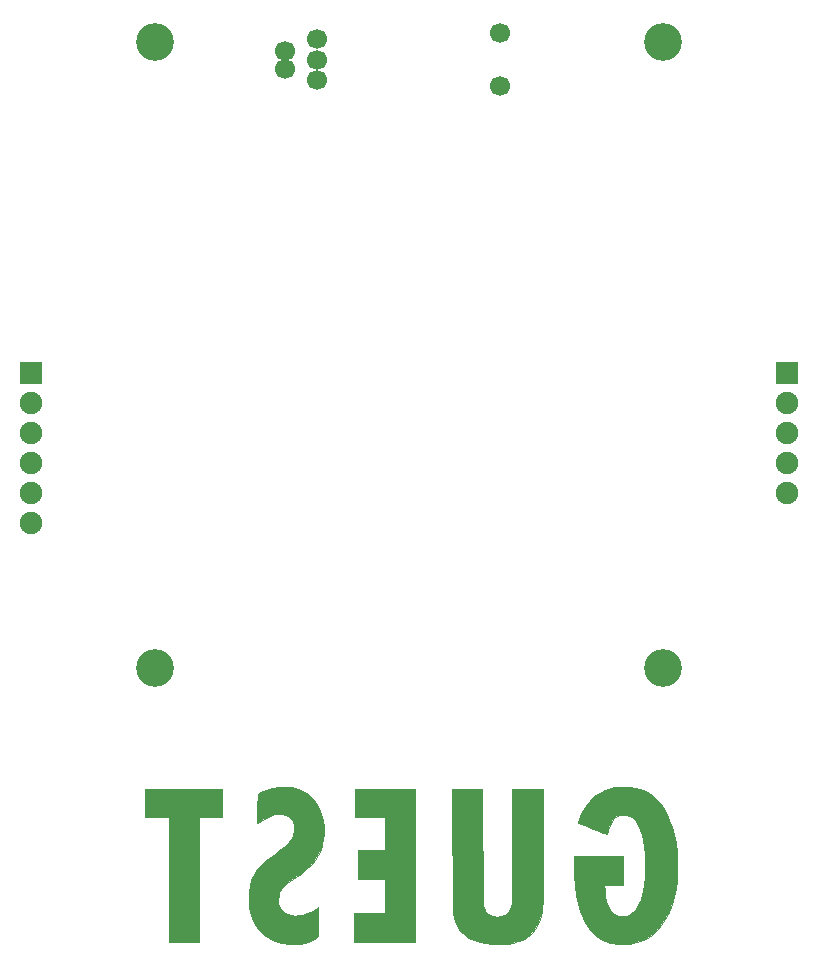
<source format=gbs>
G04 #@! TF.GenerationSoftware,KiCad,Pcbnew,(2017-07-14 revision d3b382c28)-master*
G04 #@! TF.CreationDate,2017-08-01T03:33:34-04:00*
G04 #@! TF.ProjectId,MAGLabs-2017-Swadges,4D41474C6162732D323031372D537761,rev?*
G04 #@! TF.SameCoordinates,Original
G04 #@! TF.FileFunction,Soldermask,Bot*
G04 #@! TF.FilePolarity,Negative*
%FSLAX46Y46*%
G04 Gerber Fmt 4.6, Leading zero omitted, Abs format (unit mm)*
G04 Created by KiCad (PCBNEW (2017-07-14 revision d3b382c28)-master) date Tue Aug  1 03:33:34 2017*
%MOMM*%
%LPD*%
G01*
G04 APERTURE LIST*
%ADD10C,0.010000*%
%ADD11C,1.700000*%
%ADD12O,1.900000X1.900000*%
%ADD13R,1.900000X1.900000*%
%ADD14C,3.200000*%
G04 APERTURE END LIST*
D10*
G36*
X113666333Y-115659667D02*
X115698333Y-115659667D01*
X115698333Y-126200667D01*
X118238333Y-126200667D01*
X118238333Y-115659667D01*
X120228000Y-115659667D01*
X120228000Y-113246667D01*
X113666333Y-113246667D01*
X113666333Y-115659667D01*
X113666333Y-115659667D01*
G37*
X113666333Y-115659667D02*
X115698333Y-115659667D01*
X115698333Y-126200667D01*
X118238333Y-126200667D01*
X118238333Y-115659667D01*
X120228000Y-115659667D01*
X120228000Y-113246667D01*
X113666333Y-113246667D01*
X113666333Y-115659667D01*
G36*
X131446333Y-115659667D02*
X134028667Y-115659667D01*
X134028667Y-118453667D01*
X131742667Y-118453667D01*
X131742667Y-120866667D01*
X134028667Y-120866667D01*
X134028667Y-123787667D01*
X131404000Y-123787667D01*
X131404000Y-126200667D01*
X136568667Y-126200667D01*
X136568667Y-113246667D01*
X131446333Y-113246667D01*
X131446333Y-115659667D01*
X131446333Y-115659667D01*
G37*
X131446333Y-115659667D02*
X134028667Y-115659667D01*
X134028667Y-118453667D01*
X131742667Y-118453667D01*
X131742667Y-120866667D01*
X134028667Y-120866667D01*
X134028667Y-123787667D01*
X131404000Y-123787667D01*
X131404000Y-126200667D01*
X136568667Y-126200667D01*
X136568667Y-113246667D01*
X131446333Y-113246667D01*
X131446333Y-115659667D01*
G36*
X125049442Y-113073646D02*
X125027893Y-113075912D01*
X124477467Y-113167143D01*
X123953742Y-113316760D01*
X123531660Y-113492484D01*
X123212500Y-113648834D01*
X123201289Y-114906855D01*
X123190078Y-116164877D01*
X123518789Y-115928962D01*
X123736472Y-115777056D01*
X123914130Y-115665852D01*
X124077059Y-115582189D01*
X124250557Y-115512906D01*
X124434043Y-115452770D01*
X124719658Y-115389533D01*
X125020835Y-115365182D01*
X125306863Y-115380355D01*
X125530944Y-115430013D01*
X125794255Y-115561835D01*
X126009039Y-115754782D01*
X126170189Y-115997294D01*
X126272602Y-116277812D01*
X126311171Y-116584776D01*
X126280791Y-116906629D01*
X126245143Y-117047104D01*
X126180962Y-117229018D01*
X126099098Y-117400013D01*
X125992603Y-117567426D01*
X125854531Y-117738590D01*
X125677934Y-117920843D01*
X125455863Y-118121519D01*
X125181372Y-118347954D01*
X124847513Y-118607484D01*
X124568305Y-118817591D01*
X124332562Y-118997485D01*
X124095505Y-119185841D01*
X123875251Y-119367735D01*
X123689921Y-119528243D01*
X123571064Y-119639000D01*
X123193075Y-120060575D01*
X122895548Y-120500935D01*
X122675009Y-120967775D01*
X122527981Y-121468790D01*
X122450991Y-122011676D01*
X122443148Y-122136667D01*
X122446247Y-122749579D01*
X122515846Y-123332534D01*
X122649167Y-123880017D01*
X122843429Y-124386515D01*
X123095850Y-124846513D01*
X123403650Y-125254497D01*
X123764049Y-125604954D01*
X124174267Y-125892370D01*
X124396590Y-126010428D01*
X124666829Y-126130793D01*
X124917597Y-126219483D01*
X125171416Y-126281245D01*
X125450810Y-126320828D01*
X125778302Y-126342982D01*
X126006500Y-126349868D01*
X126245438Y-126353388D01*
X126461328Y-126354035D01*
X126636904Y-126351948D01*
X126754901Y-126347269D01*
X126789667Y-126343516D01*
X127139072Y-126263885D01*
X127480765Y-126162164D01*
X127794676Y-126045662D01*
X128060736Y-125921688D01*
X128229881Y-125819040D01*
X128356000Y-125729235D01*
X128356000Y-123280718D01*
X128133750Y-123422473D01*
X127767931Y-123635882D01*
X127425200Y-123790353D01*
X127079532Y-123895918D01*
X126746558Y-123957106D01*
X126368463Y-123974319D01*
X126020875Y-123923332D01*
X125710254Y-123810892D01*
X125443060Y-123643748D01*
X125225751Y-123428647D01*
X125064790Y-123172338D01*
X124966635Y-122881569D01*
X124937746Y-122563086D01*
X124984583Y-122223639D01*
X125007566Y-122140604D01*
X125063401Y-121977985D01*
X125128411Y-121847062D01*
X125220106Y-121719438D01*
X125355995Y-121566716D01*
X125371698Y-121550019D01*
X125517316Y-121410364D01*
X125712947Y-121243551D01*
X125936826Y-121067323D01*
X126167186Y-120899422D01*
X126185173Y-120886929D01*
X126550992Y-120631098D01*
X126855535Y-120411474D01*
X127109506Y-120219685D01*
X127323607Y-120047355D01*
X127508541Y-119886113D01*
X127675013Y-119727585D01*
X127703284Y-119699256D01*
X128057382Y-119298107D01*
X128337967Y-118879606D01*
X128549427Y-118433257D01*
X128696147Y-117948563D01*
X128782515Y-117415028D01*
X128807615Y-117056667D01*
X128798631Y-116438421D01*
X128723095Y-115860395D01*
X128584381Y-115326139D01*
X128385861Y-114839207D01*
X128130909Y-114403151D01*
X127822897Y-114021521D01*
X127465198Y-113697872D01*
X127061184Y-113435754D01*
X126614229Y-113238721D01*
X126127705Y-113110323D01*
X125604985Y-113054114D01*
X125049442Y-113073646D01*
X125049442Y-113073646D01*
G37*
X125049442Y-113073646D02*
X125027893Y-113075912D01*
X124477467Y-113167143D01*
X123953742Y-113316760D01*
X123531660Y-113492484D01*
X123212500Y-113648834D01*
X123201289Y-114906855D01*
X123190078Y-116164877D01*
X123518789Y-115928962D01*
X123736472Y-115777056D01*
X123914130Y-115665852D01*
X124077059Y-115582189D01*
X124250557Y-115512906D01*
X124434043Y-115452770D01*
X124719658Y-115389533D01*
X125020835Y-115365182D01*
X125306863Y-115380355D01*
X125530944Y-115430013D01*
X125794255Y-115561835D01*
X126009039Y-115754782D01*
X126170189Y-115997294D01*
X126272602Y-116277812D01*
X126311171Y-116584776D01*
X126280791Y-116906629D01*
X126245143Y-117047104D01*
X126180962Y-117229018D01*
X126099098Y-117400013D01*
X125992603Y-117567426D01*
X125854531Y-117738590D01*
X125677934Y-117920843D01*
X125455863Y-118121519D01*
X125181372Y-118347954D01*
X124847513Y-118607484D01*
X124568305Y-118817591D01*
X124332562Y-118997485D01*
X124095505Y-119185841D01*
X123875251Y-119367735D01*
X123689921Y-119528243D01*
X123571064Y-119639000D01*
X123193075Y-120060575D01*
X122895548Y-120500935D01*
X122675009Y-120967775D01*
X122527981Y-121468790D01*
X122450991Y-122011676D01*
X122443148Y-122136667D01*
X122446247Y-122749579D01*
X122515846Y-123332534D01*
X122649167Y-123880017D01*
X122843429Y-124386515D01*
X123095850Y-124846513D01*
X123403650Y-125254497D01*
X123764049Y-125604954D01*
X124174267Y-125892370D01*
X124396590Y-126010428D01*
X124666829Y-126130793D01*
X124917597Y-126219483D01*
X125171416Y-126281245D01*
X125450810Y-126320828D01*
X125778302Y-126342982D01*
X126006500Y-126349868D01*
X126245438Y-126353388D01*
X126461328Y-126354035D01*
X126636904Y-126351948D01*
X126754901Y-126347269D01*
X126789667Y-126343516D01*
X127139072Y-126263885D01*
X127480765Y-126162164D01*
X127794676Y-126045662D01*
X128060736Y-125921688D01*
X128229881Y-125819040D01*
X128356000Y-125729235D01*
X128356000Y-123280718D01*
X128133750Y-123422473D01*
X127767931Y-123635882D01*
X127425200Y-123790353D01*
X127079532Y-123895918D01*
X126746558Y-123957106D01*
X126368463Y-123974319D01*
X126020875Y-123923332D01*
X125710254Y-123810892D01*
X125443060Y-123643748D01*
X125225751Y-123428647D01*
X125064790Y-123172338D01*
X124966635Y-122881569D01*
X124937746Y-122563086D01*
X124984583Y-122223639D01*
X125007566Y-122140604D01*
X125063401Y-121977985D01*
X125128411Y-121847062D01*
X125220106Y-121719438D01*
X125355995Y-121566716D01*
X125371698Y-121550019D01*
X125517316Y-121410364D01*
X125712947Y-121243551D01*
X125936826Y-121067323D01*
X126167186Y-120899422D01*
X126185173Y-120886929D01*
X126550992Y-120631098D01*
X126855535Y-120411474D01*
X127109506Y-120219685D01*
X127323607Y-120047355D01*
X127508541Y-119886113D01*
X127675013Y-119727585D01*
X127703284Y-119699256D01*
X128057382Y-119298107D01*
X128337967Y-118879606D01*
X128549427Y-118433257D01*
X128696147Y-117948563D01*
X128782515Y-117415028D01*
X128807615Y-117056667D01*
X128798631Y-116438421D01*
X128723095Y-115860395D01*
X128584381Y-115326139D01*
X128385861Y-114839207D01*
X128130909Y-114403151D01*
X127822897Y-114021521D01*
X127465198Y-113697872D01*
X127061184Y-113435754D01*
X126614229Y-113238721D01*
X126127705Y-113110323D01*
X125604985Y-113054114D01*
X125049442Y-113073646D01*
G36*
X144760167Y-122962167D02*
X144665938Y-123239104D01*
X144530102Y-123538340D01*
X144348394Y-123767678D01*
X144117641Y-123929315D01*
X143834670Y-124025445D01*
X143496311Y-124058264D01*
X143482348Y-124058292D01*
X143153219Y-124027454D01*
X142879799Y-123933970D01*
X142658647Y-123775162D01*
X142486322Y-123548350D01*
X142359382Y-123250857D01*
X142334203Y-123164637D01*
X142323889Y-123118327D01*
X142314617Y-123056855D01*
X142306312Y-122975553D01*
X142298899Y-122869748D01*
X142292303Y-122734772D01*
X142286448Y-122565953D01*
X142281260Y-122358621D01*
X142276664Y-122108107D01*
X142272584Y-121809738D01*
X142268945Y-121458846D01*
X142265672Y-121050759D01*
X142262691Y-120580808D01*
X142259925Y-120044321D01*
X142257300Y-119436629D01*
X142254741Y-118753062D01*
X142252477Y-118083250D01*
X142236745Y-113246667D01*
X139698189Y-113246667D01*
X139713173Y-118464250D01*
X139715369Y-119242950D01*
X139717368Y-119941836D01*
X139719357Y-120565760D01*
X139721522Y-121119576D01*
X139724047Y-121608134D01*
X139727119Y-122036288D01*
X139730923Y-122408890D01*
X139735645Y-122730791D01*
X139741470Y-123006844D01*
X139748585Y-123241902D01*
X139757174Y-123440816D01*
X139767424Y-123608440D01*
X139779520Y-123749624D01*
X139793648Y-123869221D01*
X139809994Y-123972084D01*
X139828743Y-124063064D01*
X139850080Y-124147015D01*
X139874193Y-124228787D01*
X139901265Y-124313234D01*
X139931483Y-124405208D01*
X139941691Y-124436539D01*
X140121839Y-124862753D01*
X140368935Y-125237357D01*
X140682590Y-125560061D01*
X141062413Y-125830579D01*
X141508016Y-126048620D01*
X142019007Y-126213898D01*
X142471729Y-126307469D01*
X142635641Y-126326627D01*
X142858552Y-126342397D01*
X143120698Y-126354421D01*
X143402317Y-126362339D01*
X143683646Y-126365794D01*
X143944921Y-126364425D01*
X144166379Y-126357875D01*
X144328256Y-126345785D01*
X144358000Y-126341713D01*
X144826816Y-126253646D01*
X145228813Y-126146375D01*
X145580776Y-126014078D01*
X145899488Y-125850930D01*
X146057587Y-125752010D01*
X146420679Y-125460637D01*
X146725163Y-125108850D01*
X146970283Y-124698051D01*
X147155284Y-124229643D01*
X147279411Y-123705028D01*
X147320051Y-123406667D01*
X147326480Y-123301825D01*
X147332499Y-123116396D01*
X147338076Y-122854461D01*
X147343178Y-122520100D01*
X147347770Y-122117391D01*
X147351821Y-121650414D01*
X147355297Y-121123250D01*
X147358165Y-120539977D01*
X147360391Y-119904676D01*
X147361943Y-119221426D01*
X147362788Y-118494307D01*
X147362933Y-118125584D01*
X147363667Y-113246667D01*
X144783067Y-113246667D01*
X144760167Y-122962167D01*
X144760167Y-122962167D01*
G37*
X144760167Y-122962167D02*
X144665938Y-123239104D01*
X144530102Y-123538340D01*
X144348394Y-123767678D01*
X144117641Y-123929315D01*
X143834670Y-124025445D01*
X143496311Y-124058264D01*
X143482348Y-124058292D01*
X143153219Y-124027454D01*
X142879799Y-123933970D01*
X142658647Y-123775162D01*
X142486322Y-123548350D01*
X142359382Y-123250857D01*
X142334203Y-123164637D01*
X142323889Y-123118327D01*
X142314617Y-123056855D01*
X142306312Y-122975553D01*
X142298899Y-122869748D01*
X142292303Y-122734772D01*
X142286448Y-122565953D01*
X142281260Y-122358621D01*
X142276664Y-122108107D01*
X142272584Y-121809738D01*
X142268945Y-121458846D01*
X142265672Y-121050759D01*
X142262691Y-120580808D01*
X142259925Y-120044321D01*
X142257300Y-119436629D01*
X142254741Y-118753062D01*
X142252477Y-118083250D01*
X142236745Y-113246667D01*
X139698189Y-113246667D01*
X139713173Y-118464250D01*
X139715369Y-119242950D01*
X139717368Y-119941836D01*
X139719357Y-120565760D01*
X139721522Y-121119576D01*
X139724047Y-121608134D01*
X139727119Y-122036288D01*
X139730923Y-122408890D01*
X139735645Y-122730791D01*
X139741470Y-123006844D01*
X139748585Y-123241902D01*
X139757174Y-123440816D01*
X139767424Y-123608440D01*
X139779520Y-123749624D01*
X139793648Y-123869221D01*
X139809994Y-123972084D01*
X139828743Y-124063064D01*
X139850080Y-124147015D01*
X139874193Y-124228787D01*
X139901265Y-124313234D01*
X139931483Y-124405208D01*
X139941691Y-124436539D01*
X140121839Y-124862753D01*
X140368935Y-125237357D01*
X140682590Y-125560061D01*
X141062413Y-125830579D01*
X141508016Y-126048620D01*
X142019007Y-126213898D01*
X142471729Y-126307469D01*
X142635641Y-126326627D01*
X142858552Y-126342397D01*
X143120698Y-126354421D01*
X143402317Y-126362339D01*
X143683646Y-126365794D01*
X143944921Y-126364425D01*
X144166379Y-126357875D01*
X144328256Y-126345785D01*
X144358000Y-126341713D01*
X144826816Y-126253646D01*
X145228813Y-126146375D01*
X145580776Y-126014078D01*
X145899488Y-125850930D01*
X146057587Y-125752010D01*
X146420679Y-125460637D01*
X146725163Y-125108850D01*
X146970283Y-124698051D01*
X147155284Y-124229643D01*
X147279411Y-123705028D01*
X147320051Y-123406667D01*
X147326480Y-123301825D01*
X147332499Y-123116396D01*
X147338076Y-122854461D01*
X147343178Y-122520100D01*
X147347770Y-122117391D01*
X147351821Y-121650414D01*
X147355297Y-121123250D01*
X147358165Y-120539977D01*
X147360391Y-119904676D01*
X147361943Y-119221426D01*
X147362788Y-118494307D01*
X147362933Y-118125584D01*
X147363667Y-113246667D01*
X144783067Y-113246667D01*
X144760167Y-122962167D01*
G36*
X153685215Y-113082690D02*
X153355183Y-113122848D01*
X153192910Y-113155651D01*
X152659643Y-113326569D01*
X152171115Y-113568947D01*
X151728514Y-113881633D01*
X151333033Y-114263476D01*
X150985862Y-114713326D01*
X150688191Y-115230033D01*
X150441212Y-115812446D01*
X150440076Y-115815606D01*
X150330848Y-116119713D01*
X150847507Y-116319352D01*
X151073517Y-116406784D01*
X151349657Y-116513764D01*
X151647155Y-116629138D01*
X151937239Y-116741748D01*
X152058990Y-116789054D01*
X152286639Y-116875880D01*
X152487860Y-116949493D01*
X152649091Y-117005184D01*
X152756772Y-117038244D01*
X152796079Y-117045030D01*
X152824998Y-116999920D01*
X152863941Y-116892836D01*
X152905592Y-116744673D01*
X152915511Y-116703913D01*
X153034777Y-116313569D01*
X153191446Y-115990229D01*
X153383069Y-115737278D01*
X153607197Y-115558098D01*
X153809182Y-115469867D01*
X154130172Y-115413589D01*
X154433978Y-115438558D01*
X154718009Y-115542619D01*
X154979671Y-115723618D01*
X155216373Y-115979402D01*
X155425522Y-116307817D01*
X155604525Y-116706709D01*
X155719092Y-117056667D01*
X155841142Y-117575761D01*
X155933795Y-118156093D01*
X155996815Y-118779417D01*
X156029968Y-119427484D01*
X156033017Y-120082048D01*
X156005726Y-120724859D01*
X155947860Y-121337672D01*
X155859183Y-121902238D01*
X155785923Y-122230709D01*
X155643490Y-122678203D01*
X155459563Y-123071453D01*
X155238628Y-123403859D01*
X154985173Y-123668817D01*
X154703684Y-123859726D01*
X154666167Y-123878332D01*
X154375191Y-123976229D01*
X154069705Y-124006925D01*
X153772872Y-123970154D01*
X153555383Y-123891078D01*
X153296548Y-123715449D01*
X153073740Y-123466850D01*
X152889114Y-123149904D01*
X152744829Y-122769239D01*
X152643042Y-122329480D01*
X152585910Y-121835254D01*
X152584227Y-121808584D01*
X152557910Y-121374667D01*
X154179333Y-121374667D01*
X154179333Y-118961667D01*
X149988333Y-118961667D01*
X149988484Y-119586084D01*
X150009797Y-120534370D01*
X150073423Y-121409664D01*
X150179598Y-122212447D01*
X150328557Y-122943197D01*
X150520538Y-123602395D01*
X150755777Y-124190520D01*
X151034511Y-124708053D01*
X151356975Y-125155473D01*
X151723408Y-125533260D01*
X152134044Y-125841893D01*
X152589121Y-126081854D01*
X153088875Y-126253621D01*
X153299132Y-126302888D01*
X153528745Y-126336420D01*
X153812911Y-126357362D01*
X154125442Y-126365693D01*
X154440149Y-126361392D01*
X154730843Y-126344438D01*
X154971335Y-126314810D01*
X155026000Y-126304264D01*
X155580018Y-126144122D01*
X156092418Y-125910408D01*
X156562857Y-125603478D01*
X156990988Y-125223688D01*
X157376465Y-124771391D01*
X157718944Y-124246944D01*
X158018080Y-123650701D01*
X158273525Y-122983018D01*
X158282322Y-122956375D01*
X158466590Y-122317419D01*
X158602653Y-121663737D01*
X158692396Y-120980690D01*
X158737702Y-120253639D01*
X158740458Y-119467944D01*
X158739067Y-119408840D01*
X158696639Y-118581399D01*
X158611681Y-117819927D01*
X158482386Y-117116166D01*
X158306948Y-116461855D01*
X158083559Y-115848734D01*
X157849911Y-115344567D01*
X157534006Y-114805788D01*
X157174762Y-114339559D01*
X156771312Y-113945188D01*
X156322787Y-113621979D01*
X155828319Y-113369241D01*
X155287039Y-113186278D01*
X155089500Y-113139266D01*
X154782928Y-113092048D01*
X154427649Y-113067043D01*
X154052224Y-113064006D01*
X153685215Y-113082690D01*
X153685215Y-113082690D01*
G37*
X153685215Y-113082690D02*
X153355183Y-113122848D01*
X153192910Y-113155651D01*
X152659643Y-113326569D01*
X152171115Y-113568947D01*
X151728514Y-113881633D01*
X151333033Y-114263476D01*
X150985862Y-114713326D01*
X150688191Y-115230033D01*
X150441212Y-115812446D01*
X150440076Y-115815606D01*
X150330848Y-116119713D01*
X150847507Y-116319352D01*
X151073517Y-116406784D01*
X151349657Y-116513764D01*
X151647155Y-116629138D01*
X151937239Y-116741748D01*
X152058990Y-116789054D01*
X152286639Y-116875880D01*
X152487860Y-116949493D01*
X152649091Y-117005184D01*
X152756772Y-117038244D01*
X152796079Y-117045030D01*
X152824998Y-116999920D01*
X152863941Y-116892836D01*
X152905592Y-116744673D01*
X152915511Y-116703913D01*
X153034777Y-116313569D01*
X153191446Y-115990229D01*
X153383069Y-115737278D01*
X153607197Y-115558098D01*
X153809182Y-115469867D01*
X154130172Y-115413589D01*
X154433978Y-115438558D01*
X154718009Y-115542619D01*
X154979671Y-115723618D01*
X155216373Y-115979402D01*
X155425522Y-116307817D01*
X155604525Y-116706709D01*
X155719092Y-117056667D01*
X155841142Y-117575761D01*
X155933795Y-118156093D01*
X155996815Y-118779417D01*
X156029968Y-119427484D01*
X156033017Y-120082048D01*
X156005726Y-120724859D01*
X155947860Y-121337672D01*
X155859183Y-121902238D01*
X155785923Y-122230709D01*
X155643490Y-122678203D01*
X155459563Y-123071453D01*
X155238628Y-123403859D01*
X154985173Y-123668817D01*
X154703684Y-123859726D01*
X154666167Y-123878332D01*
X154375191Y-123976229D01*
X154069705Y-124006925D01*
X153772872Y-123970154D01*
X153555383Y-123891078D01*
X153296548Y-123715449D01*
X153073740Y-123466850D01*
X152889114Y-123149904D01*
X152744829Y-122769239D01*
X152643042Y-122329480D01*
X152585910Y-121835254D01*
X152584227Y-121808584D01*
X152557910Y-121374667D01*
X154179333Y-121374667D01*
X154179333Y-118961667D01*
X149988333Y-118961667D01*
X149988484Y-119586084D01*
X150009797Y-120534370D01*
X150073423Y-121409664D01*
X150179598Y-122212447D01*
X150328557Y-122943197D01*
X150520538Y-123602395D01*
X150755777Y-124190520D01*
X151034511Y-124708053D01*
X151356975Y-125155473D01*
X151723408Y-125533260D01*
X152134044Y-125841893D01*
X152589121Y-126081854D01*
X153088875Y-126253621D01*
X153299132Y-126302888D01*
X153528745Y-126336420D01*
X153812911Y-126357362D01*
X154125442Y-126365693D01*
X154440149Y-126361392D01*
X154730843Y-126344438D01*
X154971335Y-126314810D01*
X155026000Y-126304264D01*
X155580018Y-126144122D01*
X156092418Y-125910408D01*
X156562857Y-125603478D01*
X156990988Y-125223688D01*
X157376465Y-124771391D01*
X157718944Y-124246944D01*
X158018080Y-123650701D01*
X158273525Y-122983018D01*
X158282322Y-122956375D01*
X158466590Y-122317419D01*
X158602653Y-121663737D01*
X158692396Y-120980690D01*
X158737702Y-120253639D01*
X158740458Y-119467944D01*
X158739067Y-119408840D01*
X158696639Y-118581399D01*
X158611681Y-117819927D01*
X158482386Y-117116166D01*
X158306948Y-116461855D01*
X158083559Y-115848734D01*
X157849911Y-115344567D01*
X157534006Y-114805788D01*
X157174762Y-114339559D01*
X156771312Y-113945188D01*
X156322787Y-113621979D01*
X155828319Y-113369241D01*
X155287039Y-113186278D01*
X155089500Y-113139266D01*
X154782928Y-113092048D01*
X154427649Y-113067043D01*
X154052224Y-113064006D01*
X153685215Y-113082690D01*
D11*
X125500000Y-50750000D03*
X125500000Y-52250000D03*
X143750000Y-53750000D03*
X143750000Y-49250000D03*
X128250000Y-49750000D03*
X128250000Y-51500000D03*
X128250000Y-53250000D03*
D12*
X104000000Y-90700000D03*
X104000000Y-88160000D03*
X104000000Y-85620000D03*
X104000000Y-83080000D03*
X104000000Y-80540000D03*
D13*
X104000000Y-78000000D03*
D12*
X168000000Y-88160000D03*
X168000000Y-85620000D03*
X168000000Y-83080000D03*
X168000000Y-80540000D03*
D13*
X168000000Y-78000000D03*
D14*
X157500000Y-50000000D03*
X157500000Y-103000000D03*
X114500000Y-50000000D03*
X114500000Y-103000000D03*
M02*

</source>
